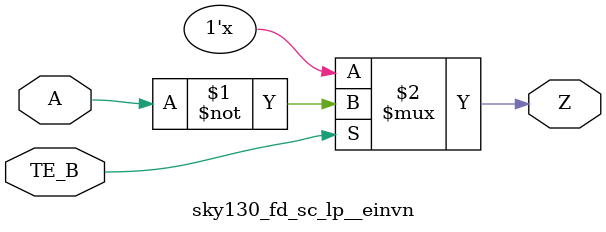
<source format=v>
/*
 * Copyright 2020 The SkyWater PDK Authors
 *
 * Licensed under the Apache License, Version 2.0 (the "License");
 * you may not use this file except in compliance with the License.
 * You may obtain a copy of the License at
 *
 *     https://www.apache.org/licenses/LICENSE-2.0
 *
 * Unless required by applicable law or agreed to in writing, software
 * distributed under the License is distributed on an "AS IS" BASIS,
 * WITHOUT WARRANTIES OR CONDITIONS OF ANY KIND, either express or implied.
 * See the License for the specific language governing permissions and
 * limitations under the License.
 *
 * SPDX-License-Identifier: Apache-2.0
*/


`ifndef SKY130_FD_SC_LP__EINVN_FUNCTIONAL_V
`define SKY130_FD_SC_LP__EINVN_FUNCTIONAL_V

/**
 * einvn: Tri-state inverter, negative enable.
 *
 * Verilog simulation functional model.
 */

`timescale 1ns / 1ps
`default_nettype none

`celldefine
module sky130_fd_sc_lp__einvn (
    Z   ,
    A   ,
    TE_B
);

    // Module ports
    output Z   ;
    input  A   ;
    input  TE_B;

    //     Name     Output  Other arguments
    notif0 notif00 (Z     , A, TE_B        );

endmodule
`endcelldefine

`default_nettype wire
`endif  // SKY130_FD_SC_LP__EINVN_FUNCTIONAL_V
</source>
